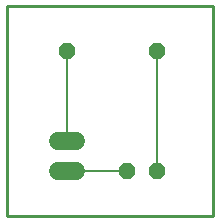
<source format=gbr>
G04 EAGLE Gerber RS-274X export*
G75*
%MOMM*%
%FSLAX34Y34*%
%LPD*%
%INBottom Copper*%
%IPPOS*%
%AMOC8*
5,1,8,0,0,1.08239X$1,22.5*%
G01*
%ADD10C,1.524000*%
%ADD11P,1.429621X8X202.500000*%
%ADD12P,1.429621X8X22.500000*%
%ADD13C,0.152400*%
%ADD14C,0.254000*%


D10*
X502920Y482600D02*
X487680Y482600D01*
X487680Y508000D02*
X502920Y508000D01*
D11*
X571500Y482600D03*
X546100Y482600D03*
D12*
X495300Y584200D03*
X571500Y584200D03*
D13*
X571500Y482600D01*
X495300Y508000D02*
X495300Y584200D01*
X495300Y482600D02*
X546100Y482600D01*
D14*
X444500Y444500D02*
X619000Y444500D01*
X619000Y622200D01*
X444500Y622200D01*
X444500Y444500D01*
M02*

</source>
